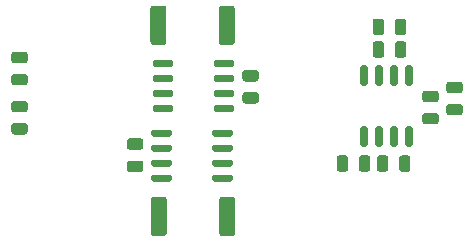
<source format=gbr>
%TF.GenerationSoftware,KiCad,Pcbnew,(5.1.6)-1*%
%TF.CreationDate,2020-06-16T01:11:05+01:00*%
%TF.ProjectId,peltier_driver_pcb,70656c74-6965-4725-9f64-72697665725f,rev?*%
%TF.SameCoordinates,Original*%
%TF.FileFunction,Paste,Top*%
%TF.FilePolarity,Positive*%
%FSLAX46Y46*%
G04 Gerber Fmt 4.6, Leading zero omitted, Abs format (unit mm)*
G04 Created by KiCad (PCBNEW (5.1.6)-1) date 2020-06-16 01:11:05*
%MOMM*%
%LPD*%
G01*
G04 APERTURE LIST*
G04 APERTURE END LIST*
%TO.C,U9*%
G36*
G01*
X135584200Y-74592399D02*
X135584200Y-74892399D01*
G75*
G02*
X135434200Y-75042399I-150000J0D01*
G01*
X133984200Y-75042399D01*
G75*
G02*
X133834200Y-74892399I0J150000D01*
G01*
X133834200Y-74592399D01*
G75*
G02*
X133984200Y-74442399I150000J0D01*
G01*
X135434200Y-74442399D01*
G75*
G02*
X135584200Y-74592399I0J-150000D01*
G01*
G37*
G36*
G01*
X135584200Y-73322399D02*
X135584200Y-73622399D01*
G75*
G02*
X135434200Y-73772399I-150000J0D01*
G01*
X133984200Y-73772399D01*
G75*
G02*
X133834200Y-73622399I0J150000D01*
G01*
X133834200Y-73322399D01*
G75*
G02*
X133984200Y-73172399I150000J0D01*
G01*
X135434200Y-73172399D01*
G75*
G02*
X135584200Y-73322399I0J-150000D01*
G01*
G37*
G36*
G01*
X135584200Y-72052399D02*
X135584200Y-72352399D01*
G75*
G02*
X135434200Y-72502399I-150000J0D01*
G01*
X133984200Y-72502399D01*
G75*
G02*
X133834200Y-72352399I0J150000D01*
G01*
X133834200Y-72052399D01*
G75*
G02*
X133984200Y-71902399I150000J0D01*
G01*
X135434200Y-71902399D01*
G75*
G02*
X135584200Y-72052399I0J-150000D01*
G01*
G37*
G36*
G01*
X135584200Y-70782399D02*
X135584200Y-71082399D01*
G75*
G02*
X135434200Y-71232399I-150000J0D01*
G01*
X133984200Y-71232399D01*
G75*
G02*
X133834200Y-71082399I0J150000D01*
G01*
X133834200Y-70782399D01*
G75*
G02*
X133984200Y-70632399I150000J0D01*
G01*
X135434200Y-70632399D01*
G75*
G02*
X135584200Y-70782399I0J-150000D01*
G01*
G37*
G36*
G01*
X130434200Y-70782399D02*
X130434200Y-71082399D01*
G75*
G02*
X130284200Y-71232399I-150000J0D01*
G01*
X128834200Y-71232399D01*
G75*
G02*
X128684200Y-71082399I0J150000D01*
G01*
X128684200Y-70782399D01*
G75*
G02*
X128834200Y-70632399I150000J0D01*
G01*
X130284200Y-70632399D01*
G75*
G02*
X130434200Y-70782399I0J-150000D01*
G01*
G37*
G36*
G01*
X130434200Y-72052399D02*
X130434200Y-72352399D01*
G75*
G02*
X130284200Y-72502399I-150000J0D01*
G01*
X128834200Y-72502399D01*
G75*
G02*
X128684200Y-72352399I0J150000D01*
G01*
X128684200Y-72052399D01*
G75*
G02*
X128834200Y-71902399I150000J0D01*
G01*
X130284200Y-71902399D01*
G75*
G02*
X130434200Y-72052399I0J-150000D01*
G01*
G37*
G36*
G01*
X130434200Y-73322399D02*
X130434200Y-73622399D01*
G75*
G02*
X130284200Y-73772399I-150000J0D01*
G01*
X128834200Y-73772399D01*
G75*
G02*
X128684200Y-73622399I0J150000D01*
G01*
X128684200Y-73322399D01*
G75*
G02*
X128834200Y-73172399I150000J0D01*
G01*
X130284200Y-73172399D01*
G75*
G02*
X130434200Y-73322399I0J-150000D01*
G01*
G37*
G36*
G01*
X130434200Y-74592399D02*
X130434200Y-74892399D01*
G75*
G02*
X130284200Y-75042399I-150000J0D01*
G01*
X128834200Y-75042399D01*
G75*
G02*
X128684200Y-74892399I0J150000D01*
G01*
X128684200Y-74592399D01*
G75*
G02*
X128834200Y-74442399I150000J0D01*
G01*
X130284200Y-74442399D01*
G75*
G02*
X130434200Y-74592399I0J-150000D01*
G01*
G37*
%TD*%
%TO.C,C6*%
G36*
G01*
X127763250Y-72352500D02*
X126850750Y-72352500D01*
G75*
G02*
X126607000Y-72108750I0J243750D01*
G01*
X126607000Y-71621250D01*
G75*
G02*
X126850750Y-71377500I243750J0D01*
G01*
X127763250Y-71377500D01*
G75*
G02*
X128007000Y-71621250I0J-243750D01*
G01*
X128007000Y-72108750D01*
G75*
G02*
X127763250Y-72352500I-243750J0D01*
G01*
G37*
G36*
G01*
X127763250Y-74227500D02*
X126850750Y-74227500D01*
G75*
G02*
X126607000Y-73983750I0J243750D01*
G01*
X126607000Y-73496250D01*
G75*
G02*
X126850750Y-73252500I243750J0D01*
G01*
X127763250Y-73252500D01*
G75*
G02*
X128007000Y-73496250I0J-243750D01*
G01*
X128007000Y-73983750D01*
G75*
G02*
X127763250Y-74227500I-243750J0D01*
G01*
G37*
%TD*%
%TO.C,R3*%
G36*
G01*
X152782250Y-68318500D02*
X151869750Y-68318500D01*
G75*
G02*
X151626000Y-68074750I0J243750D01*
G01*
X151626000Y-67587250D01*
G75*
G02*
X151869750Y-67343500I243750J0D01*
G01*
X152782250Y-67343500D01*
G75*
G02*
X153026000Y-67587250I0J-243750D01*
G01*
X153026000Y-68074750D01*
G75*
G02*
X152782250Y-68318500I-243750J0D01*
G01*
G37*
G36*
G01*
X152782250Y-70193500D02*
X151869750Y-70193500D01*
G75*
G02*
X151626000Y-69949750I0J243750D01*
G01*
X151626000Y-69462250D01*
G75*
G02*
X151869750Y-69218500I243750J0D01*
G01*
X152782250Y-69218500D01*
G75*
G02*
X153026000Y-69462250I0J-243750D01*
G01*
X153026000Y-69949750D01*
G75*
G02*
X152782250Y-70193500I-243750J0D01*
G01*
G37*
%TD*%
%TO.C,R5*%
G36*
G01*
X147774500Y-73972250D02*
X147774500Y-73059750D01*
G75*
G02*
X148018250Y-72816000I243750J0D01*
G01*
X148505750Y-72816000D01*
G75*
G02*
X148749500Y-73059750I0J-243750D01*
G01*
X148749500Y-73972250D01*
G75*
G02*
X148505750Y-74216000I-243750J0D01*
G01*
X148018250Y-74216000D01*
G75*
G02*
X147774500Y-73972250I0J243750D01*
G01*
G37*
G36*
G01*
X149649500Y-73972250D02*
X149649500Y-73059750D01*
G75*
G02*
X149893250Y-72816000I243750J0D01*
G01*
X150380750Y-72816000D01*
G75*
G02*
X150624500Y-73059750I0J-243750D01*
G01*
X150624500Y-73972250D01*
G75*
G02*
X150380750Y-74216000I-243750J0D01*
G01*
X149893250Y-74216000D01*
G75*
G02*
X149649500Y-73972250I0J243750D01*
G01*
G37*
%TD*%
%TO.C,R9*%
G36*
G01*
X154814250Y-69431500D02*
X153901750Y-69431500D01*
G75*
G02*
X153658000Y-69187750I0J243750D01*
G01*
X153658000Y-68700250D01*
G75*
G02*
X153901750Y-68456500I243750J0D01*
G01*
X154814250Y-68456500D01*
G75*
G02*
X155058000Y-68700250I0J-243750D01*
G01*
X155058000Y-69187750D01*
G75*
G02*
X154814250Y-69431500I-243750J0D01*
G01*
G37*
G36*
G01*
X154814250Y-67556500D02*
X153901750Y-67556500D01*
G75*
G02*
X153658000Y-67312750I0J243750D01*
G01*
X153658000Y-66825250D01*
G75*
G02*
X153901750Y-66581500I243750J0D01*
G01*
X154814250Y-66581500D01*
G75*
G02*
X155058000Y-66825250I0J-243750D01*
G01*
X155058000Y-67312750D01*
G75*
G02*
X154814250Y-67556500I-243750J0D01*
G01*
G37*
%TD*%
%TO.C,R4*%
G36*
G01*
X146250500Y-73972250D02*
X146250500Y-73059750D01*
G75*
G02*
X146494250Y-72816000I243750J0D01*
G01*
X146981750Y-72816000D01*
G75*
G02*
X147225500Y-73059750I0J-243750D01*
G01*
X147225500Y-73972250D01*
G75*
G02*
X146981750Y-74216000I-243750J0D01*
G01*
X146494250Y-74216000D01*
G75*
G02*
X146250500Y-73972250I0J243750D01*
G01*
G37*
G36*
G01*
X144375500Y-73972250D02*
X144375500Y-73059750D01*
G75*
G02*
X144619250Y-72816000I243750J0D01*
G01*
X145106750Y-72816000D01*
G75*
G02*
X145350500Y-73059750I0J-243750D01*
G01*
X145350500Y-73972250D01*
G75*
G02*
X145106750Y-74216000I-243750J0D01*
G01*
X144619250Y-74216000D01*
G75*
G02*
X144375500Y-73972250I0J243750D01*
G01*
G37*
%TD*%
%TO.C,R7*%
G36*
G01*
X148398500Y-63407750D02*
X148398500Y-64320250D01*
G75*
G02*
X148154750Y-64564000I-243750J0D01*
G01*
X147667250Y-64564000D01*
G75*
G02*
X147423500Y-64320250I0J243750D01*
G01*
X147423500Y-63407750D01*
G75*
G02*
X147667250Y-63164000I243750J0D01*
G01*
X148154750Y-63164000D01*
G75*
G02*
X148398500Y-63407750I0J-243750D01*
G01*
G37*
G36*
G01*
X150273500Y-63407750D02*
X150273500Y-64320250D01*
G75*
G02*
X150029750Y-64564000I-243750J0D01*
G01*
X149542250Y-64564000D01*
G75*
G02*
X149298500Y-64320250I0J243750D01*
G01*
X149298500Y-63407750D01*
G75*
G02*
X149542250Y-63164000I243750J0D01*
G01*
X150029750Y-63164000D01*
G75*
G02*
X150273500Y-63407750I0J-243750D01*
G01*
G37*
%TD*%
%TO.C,R8*%
G36*
G01*
X149293900Y-62389850D02*
X149293900Y-61477350D01*
G75*
G02*
X149537650Y-61233600I243750J0D01*
G01*
X150025150Y-61233600D01*
G75*
G02*
X150268900Y-61477350I0J-243750D01*
G01*
X150268900Y-62389850D01*
G75*
G02*
X150025150Y-62633600I-243750J0D01*
G01*
X149537650Y-62633600D01*
G75*
G02*
X149293900Y-62389850I0J243750D01*
G01*
G37*
G36*
G01*
X147418900Y-62389850D02*
X147418900Y-61477350D01*
G75*
G02*
X147662650Y-61233600I243750J0D01*
G01*
X148150150Y-61233600D01*
G75*
G02*
X148393900Y-61477350I0J-243750D01*
G01*
X148393900Y-62389850D01*
G75*
G02*
X148150150Y-62633600I-243750J0D01*
G01*
X147662650Y-62633600D01*
G75*
G02*
X147418900Y-62389850I0J243750D01*
G01*
G37*
%TD*%
%TO.C,U3*%
G36*
G01*
X146837200Y-72089200D02*
X146537200Y-72089200D01*
G75*
G02*
X146387200Y-71939200I0J150000D01*
G01*
X146387200Y-70489200D01*
G75*
G02*
X146537200Y-70339200I150000J0D01*
G01*
X146837200Y-70339200D01*
G75*
G02*
X146987200Y-70489200I0J-150000D01*
G01*
X146987200Y-71939200D01*
G75*
G02*
X146837200Y-72089200I-150000J0D01*
G01*
G37*
G36*
G01*
X148107200Y-72089200D02*
X147807200Y-72089200D01*
G75*
G02*
X147657200Y-71939200I0J150000D01*
G01*
X147657200Y-70489200D01*
G75*
G02*
X147807200Y-70339200I150000J0D01*
G01*
X148107200Y-70339200D01*
G75*
G02*
X148257200Y-70489200I0J-150000D01*
G01*
X148257200Y-71939200D01*
G75*
G02*
X148107200Y-72089200I-150000J0D01*
G01*
G37*
G36*
G01*
X149377200Y-72089200D02*
X149077200Y-72089200D01*
G75*
G02*
X148927200Y-71939200I0J150000D01*
G01*
X148927200Y-70489200D01*
G75*
G02*
X149077200Y-70339200I150000J0D01*
G01*
X149377200Y-70339200D01*
G75*
G02*
X149527200Y-70489200I0J-150000D01*
G01*
X149527200Y-71939200D01*
G75*
G02*
X149377200Y-72089200I-150000J0D01*
G01*
G37*
G36*
G01*
X150647200Y-72089200D02*
X150347200Y-72089200D01*
G75*
G02*
X150197200Y-71939200I0J150000D01*
G01*
X150197200Y-70489200D01*
G75*
G02*
X150347200Y-70339200I150000J0D01*
G01*
X150647200Y-70339200D01*
G75*
G02*
X150797200Y-70489200I0J-150000D01*
G01*
X150797200Y-71939200D01*
G75*
G02*
X150647200Y-72089200I-150000J0D01*
G01*
G37*
G36*
G01*
X150647200Y-66939200D02*
X150347200Y-66939200D01*
G75*
G02*
X150197200Y-66789200I0J150000D01*
G01*
X150197200Y-65339200D01*
G75*
G02*
X150347200Y-65189200I150000J0D01*
G01*
X150647200Y-65189200D01*
G75*
G02*
X150797200Y-65339200I0J-150000D01*
G01*
X150797200Y-66789200D01*
G75*
G02*
X150647200Y-66939200I-150000J0D01*
G01*
G37*
G36*
G01*
X149377200Y-66939200D02*
X149077200Y-66939200D01*
G75*
G02*
X148927200Y-66789200I0J150000D01*
G01*
X148927200Y-65339200D01*
G75*
G02*
X149077200Y-65189200I150000J0D01*
G01*
X149377200Y-65189200D01*
G75*
G02*
X149527200Y-65339200I0J-150000D01*
G01*
X149527200Y-66789200D01*
G75*
G02*
X149377200Y-66939200I-150000J0D01*
G01*
G37*
G36*
G01*
X148107200Y-66939200D02*
X147807200Y-66939200D01*
G75*
G02*
X147657200Y-66789200I0J150000D01*
G01*
X147657200Y-65339200D01*
G75*
G02*
X147807200Y-65189200I150000J0D01*
G01*
X148107200Y-65189200D01*
G75*
G02*
X148257200Y-65339200I0J-150000D01*
G01*
X148257200Y-66789200D01*
G75*
G02*
X148107200Y-66939200I-150000J0D01*
G01*
G37*
G36*
G01*
X146837200Y-66939200D02*
X146537200Y-66939200D01*
G75*
G02*
X146387200Y-66789200I0J150000D01*
G01*
X146387200Y-65339200D01*
G75*
G02*
X146537200Y-65189200I150000J0D01*
G01*
X146837200Y-65189200D01*
G75*
G02*
X146987200Y-65339200I0J-150000D01*
G01*
X146987200Y-66789200D01*
G75*
G02*
X146837200Y-66939200I-150000J0D01*
G01*
G37*
%TD*%
%TO.C,R14*%
G36*
G01*
X128634200Y-79411401D02*
X128634200Y-76561399D01*
G75*
G02*
X128884199Y-76311400I249999J0D01*
G01*
X129734201Y-76311400D01*
G75*
G02*
X129984200Y-76561399I0J-249999D01*
G01*
X129984200Y-79411401D01*
G75*
G02*
X129734201Y-79661400I-249999J0D01*
G01*
X128884199Y-79661400D01*
G75*
G02*
X128634200Y-79411401I0J249999D01*
G01*
G37*
G36*
G01*
X134434200Y-79411401D02*
X134434200Y-76561399D01*
G75*
G02*
X134684199Y-76311400I249999J0D01*
G01*
X135534201Y-76311400D01*
G75*
G02*
X135784200Y-76561399I0J-249999D01*
G01*
X135784200Y-79411401D01*
G75*
G02*
X135534201Y-79661400I-249999J0D01*
G01*
X134684199Y-79661400D01*
G75*
G02*
X134434200Y-79411401I0J249999D01*
G01*
G37*
%TD*%
%TO.C,R1*%
G36*
G01*
X117984250Y-69177500D02*
X117071750Y-69177500D01*
G75*
G02*
X116828000Y-68933750I0J243750D01*
G01*
X116828000Y-68446250D01*
G75*
G02*
X117071750Y-68202500I243750J0D01*
G01*
X117984250Y-68202500D01*
G75*
G02*
X118228000Y-68446250I0J-243750D01*
G01*
X118228000Y-68933750D01*
G75*
G02*
X117984250Y-69177500I-243750J0D01*
G01*
G37*
G36*
G01*
X117984250Y-71052500D02*
X117071750Y-71052500D01*
G75*
G02*
X116828000Y-70808750I0J243750D01*
G01*
X116828000Y-70321250D01*
G75*
G02*
X117071750Y-70077500I243750J0D01*
G01*
X117984250Y-70077500D01*
G75*
G02*
X118228000Y-70321250I0J-243750D01*
G01*
X118228000Y-70808750D01*
G75*
G02*
X117984250Y-71052500I-243750J0D01*
G01*
G37*
%TD*%
%TO.C,C1*%
G36*
G01*
X136629750Y-65586300D02*
X137542250Y-65586300D01*
G75*
G02*
X137786000Y-65830050I0J-243750D01*
G01*
X137786000Y-66317550D01*
G75*
G02*
X137542250Y-66561300I-243750J0D01*
G01*
X136629750Y-66561300D01*
G75*
G02*
X136386000Y-66317550I0J243750D01*
G01*
X136386000Y-65830050D01*
G75*
G02*
X136629750Y-65586300I243750J0D01*
G01*
G37*
G36*
G01*
X136629750Y-67461300D02*
X137542250Y-67461300D01*
G75*
G02*
X137786000Y-67705050I0J-243750D01*
G01*
X137786000Y-68192550D01*
G75*
G02*
X137542250Y-68436300I-243750J0D01*
G01*
X136629750Y-68436300D01*
G75*
G02*
X136386000Y-68192550I0J243750D01*
G01*
X136386000Y-67705050D01*
G75*
G02*
X136629750Y-67461300I243750J0D01*
G01*
G37*
%TD*%
%TO.C,R2*%
G36*
G01*
X117071750Y-64041500D02*
X117984250Y-64041500D01*
G75*
G02*
X118228000Y-64285250I0J-243750D01*
G01*
X118228000Y-64772750D01*
G75*
G02*
X117984250Y-65016500I-243750J0D01*
G01*
X117071750Y-65016500D01*
G75*
G02*
X116828000Y-64772750I0J243750D01*
G01*
X116828000Y-64285250D01*
G75*
G02*
X117071750Y-64041500I243750J0D01*
G01*
G37*
G36*
G01*
X117071750Y-65916500D02*
X117984250Y-65916500D01*
G75*
G02*
X118228000Y-66160250I0J-243750D01*
G01*
X118228000Y-66647750D01*
G75*
G02*
X117984250Y-66891500I-243750J0D01*
G01*
X117071750Y-66891500D01*
G75*
G02*
X116828000Y-66647750I0J243750D01*
G01*
X116828000Y-66160250D01*
G75*
G02*
X117071750Y-65916500I243750J0D01*
G01*
G37*
%TD*%
%TO.C,R6*%
G36*
G01*
X135758800Y-60381599D02*
X135758800Y-63231601D01*
G75*
G02*
X135508801Y-63481600I-249999J0D01*
G01*
X134658799Y-63481600D01*
G75*
G02*
X134408800Y-63231601I0J249999D01*
G01*
X134408800Y-60381599D01*
G75*
G02*
X134658799Y-60131600I249999J0D01*
G01*
X135508801Y-60131600D01*
G75*
G02*
X135758800Y-60381599I0J-249999D01*
G01*
G37*
G36*
G01*
X129958800Y-60381599D02*
X129958800Y-63231601D01*
G75*
G02*
X129708801Y-63481600I-249999J0D01*
G01*
X128858799Y-63481600D01*
G75*
G02*
X128608800Y-63231601I0J249999D01*
G01*
X128608800Y-60381599D01*
G75*
G02*
X128858799Y-60131600I249999J0D01*
G01*
X129708801Y-60131600D01*
G75*
G02*
X129958800Y-60381599I0J-249999D01*
G01*
G37*
%TD*%
%TO.C,U4*%
G36*
G01*
X128808800Y-65200601D02*
X128808800Y-64900601D01*
G75*
G02*
X128958800Y-64750601I150000J0D01*
G01*
X130408800Y-64750601D01*
G75*
G02*
X130558800Y-64900601I0J-150000D01*
G01*
X130558800Y-65200601D01*
G75*
G02*
X130408800Y-65350601I-150000J0D01*
G01*
X128958800Y-65350601D01*
G75*
G02*
X128808800Y-65200601I0J150000D01*
G01*
G37*
G36*
G01*
X128808800Y-66470601D02*
X128808800Y-66170601D01*
G75*
G02*
X128958800Y-66020601I150000J0D01*
G01*
X130408800Y-66020601D01*
G75*
G02*
X130558800Y-66170601I0J-150000D01*
G01*
X130558800Y-66470601D01*
G75*
G02*
X130408800Y-66620601I-150000J0D01*
G01*
X128958800Y-66620601D01*
G75*
G02*
X128808800Y-66470601I0J150000D01*
G01*
G37*
G36*
G01*
X128808800Y-67740601D02*
X128808800Y-67440601D01*
G75*
G02*
X128958800Y-67290601I150000J0D01*
G01*
X130408800Y-67290601D01*
G75*
G02*
X130558800Y-67440601I0J-150000D01*
G01*
X130558800Y-67740601D01*
G75*
G02*
X130408800Y-67890601I-150000J0D01*
G01*
X128958800Y-67890601D01*
G75*
G02*
X128808800Y-67740601I0J150000D01*
G01*
G37*
G36*
G01*
X128808800Y-69010601D02*
X128808800Y-68710601D01*
G75*
G02*
X128958800Y-68560601I150000J0D01*
G01*
X130408800Y-68560601D01*
G75*
G02*
X130558800Y-68710601I0J-150000D01*
G01*
X130558800Y-69010601D01*
G75*
G02*
X130408800Y-69160601I-150000J0D01*
G01*
X128958800Y-69160601D01*
G75*
G02*
X128808800Y-69010601I0J150000D01*
G01*
G37*
G36*
G01*
X133958800Y-69010601D02*
X133958800Y-68710601D01*
G75*
G02*
X134108800Y-68560601I150000J0D01*
G01*
X135558800Y-68560601D01*
G75*
G02*
X135708800Y-68710601I0J-150000D01*
G01*
X135708800Y-69010601D01*
G75*
G02*
X135558800Y-69160601I-150000J0D01*
G01*
X134108800Y-69160601D01*
G75*
G02*
X133958800Y-69010601I0J150000D01*
G01*
G37*
G36*
G01*
X133958800Y-67740601D02*
X133958800Y-67440601D01*
G75*
G02*
X134108800Y-67290601I150000J0D01*
G01*
X135558800Y-67290601D01*
G75*
G02*
X135708800Y-67440601I0J-150000D01*
G01*
X135708800Y-67740601D01*
G75*
G02*
X135558800Y-67890601I-150000J0D01*
G01*
X134108800Y-67890601D01*
G75*
G02*
X133958800Y-67740601I0J150000D01*
G01*
G37*
G36*
G01*
X133958800Y-66470601D02*
X133958800Y-66170601D01*
G75*
G02*
X134108800Y-66020601I150000J0D01*
G01*
X135558800Y-66020601D01*
G75*
G02*
X135708800Y-66170601I0J-150000D01*
G01*
X135708800Y-66470601D01*
G75*
G02*
X135558800Y-66620601I-150000J0D01*
G01*
X134108800Y-66620601D01*
G75*
G02*
X133958800Y-66470601I0J150000D01*
G01*
G37*
G36*
G01*
X133958800Y-65200601D02*
X133958800Y-64900601D01*
G75*
G02*
X134108800Y-64750601I150000J0D01*
G01*
X135558800Y-64750601D01*
G75*
G02*
X135708800Y-64900601I0J-150000D01*
G01*
X135708800Y-65200601D01*
G75*
G02*
X135558800Y-65350601I-150000J0D01*
G01*
X134108800Y-65350601D01*
G75*
G02*
X133958800Y-65200601I0J150000D01*
G01*
G37*
%TD*%
M02*

</source>
